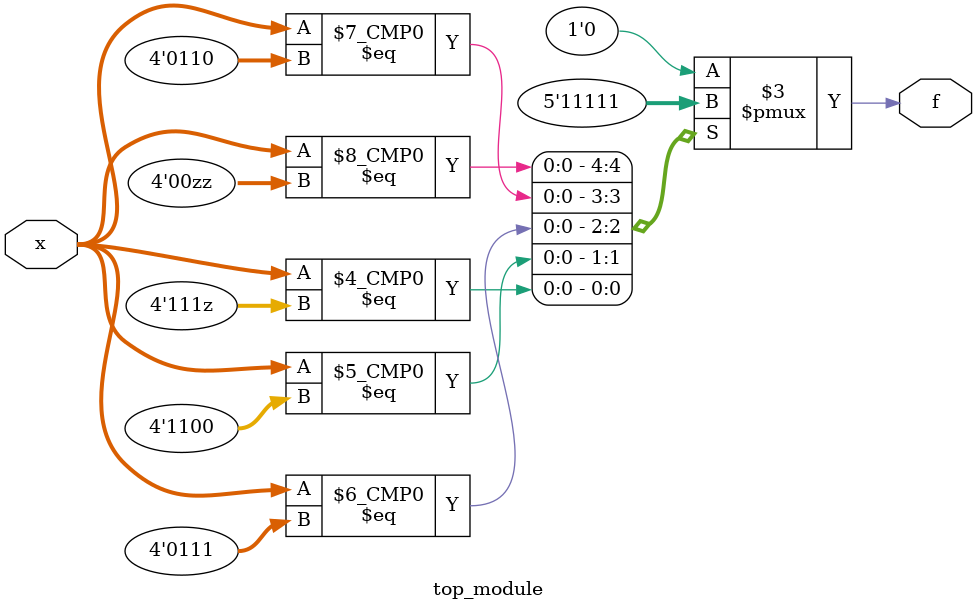
<source format=sv>
module top_module (
	input [4:1] x,
	output logic f
);
	 
	always_comb begin
		case (x)
			4'b00??: f = 1; // Output 1 for all don't care entries
			4'b0100: f = 0;
			4'b0110: f = 1;
			4'b0111: f = 1;
			4'b10??: f = 0; // Output 0 for all don't care entries
			4'b1100: f = 1;
			4'b1101: f = 0;
			4'b111?: f = 1; // Output 1 for all don't care entries
			default: f = 0;
		endcase
	end
endmodule

</source>
